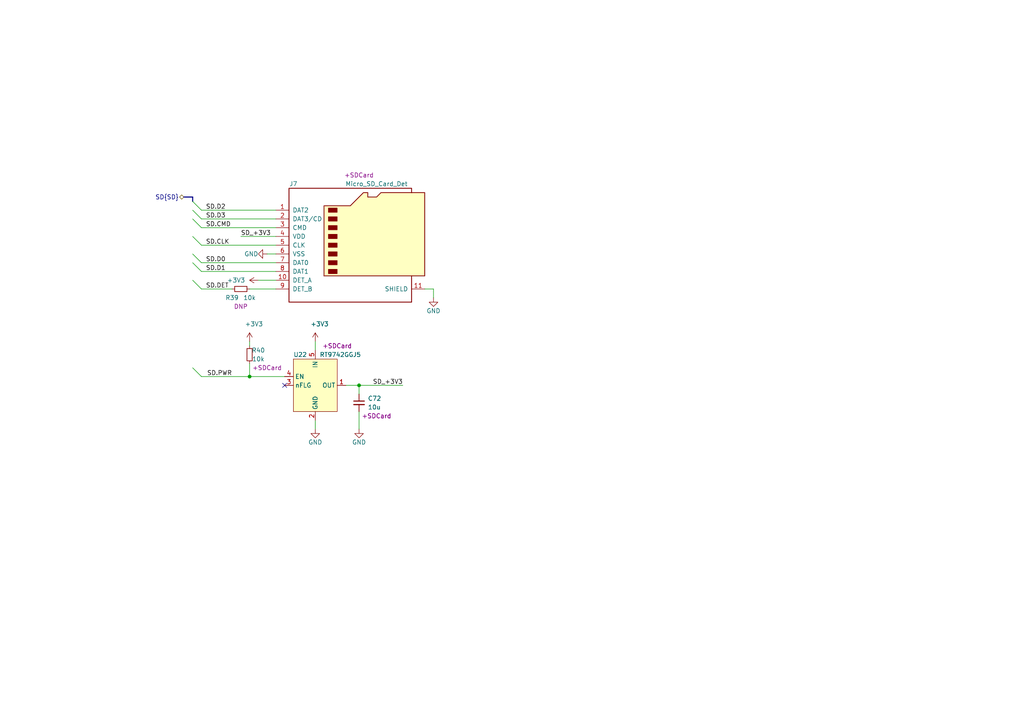
<source format=kicad_sch>
(kicad_sch (version 20210621) (generator eeschema)
  (paper "A4")
  (title_block (title "SD card") (date "2021-08-30") (rev "1.0") (company "Nabu Casa") (comment 1 "www.nabucasa.com") (comment 2 "Amber"))
  (lib_symbols
    (symbol "Amber:RT9742GGJ5"
      (property "Reference" "U" (at -5.08 8.89 0))
      (property "Value" "RT9742GGJ5" (at 7.62 8.89 0))
      (symbol "RT9742GGJ5_0_0"
        (pin power_out line (at 8.89 0 180) (length 2.54) (name "OUT") (number "1"))
        (pin power_in line (at 0 -10.16 90) (length 2.54) (name "GND") (number "2"))
        (pin open_collector line (at -8.89 0 0) (length 2.54) (name "nFLG") (number "3"))
        (pin input line (at -8.89 2.54 0) (length 2.54) (name "EN") (number "4"))
        (pin power_in line (at 0 10.16 270) (length 2.54) (name "IN") (number "5"))
      )
      (symbol "RT9742GGJ5_0_1"
        (rectangle (start -6.35 7.62) (end 6.35 -7.62) (fill (type background)))
      )
    )
    (symbol "Connector:Micro_SD_Card_Det" (pin_names (offset 1.016))
      (property "Reference" "J" (at -16.51 17.78 0))
      (property "Value" "Micro_SD_Card_Det" (at 16.51 17.78 0))
      (symbol "Micro_SD_Card_Det_0_1"
        (rectangle (start -7.62 -6.985) (end -5.08 -8.255) (fill (type outline)))
        (rectangle (start -7.62 -4.445) (end -5.08 -5.715) (fill (type outline)))
        (rectangle (start -7.62 -1.905) (end -5.08 -3.175) (fill (type outline)))
        (rectangle (start -7.62 0.635) (end -5.08 -0.635) (fill (type outline)))
        (rectangle (start -7.62 3.175) (end -5.08 1.905) (fill (type outline)))
        (rectangle (start -7.62 5.715) (end -5.08 4.445) (fill (type outline)))
        (rectangle (start -7.62 8.255) (end -5.08 6.985) (fill (type outline)))
        (rectangle (start -7.62 10.795) (end -5.08 9.525) (fill (type outline)))
        (polyline (pts (xy 16.51 15.24) (xy 16.51 16.51) (xy -19.05 16.51) (xy -19.05 -16.51) (xy 16.51 -16.51) (xy 16.51 -8.89)) (stroke (width 0.254)))
        (polyline (pts (xy -8.89 -8.89) (xy -8.89 11.43) (xy -1.27 11.43) (xy 2.54 15.24) (xy 3.81 15.24) (xy 3.81 13.97) (xy 6.35 13.97) (xy 7.62 15.24) (xy 20.32 15.24) (xy 20.32 -8.89) (xy -8.89 -8.89)) (stroke (width 0.254)) (fill (type background)))
      )
      (symbol "Micro_SD_Card_Det_1_1"
        (pin bidirectional line (at -22.86 10.16 0) (length 3.81) (name "DAT2") (number "1"))
        (pin passive line (at -22.86 -10.16 0) (length 3.81) (name "DET_A") (number "10"))
        (pin passive line (at 20.32 -12.7 180) (length 3.81) (name "SHIELD") (number "11"))
        (pin bidirectional line (at -22.86 7.62 0) (length 3.81) (name "DAT3/CD") (number "2"))
        (pin input line (at -22.86 5.08 0) (length 3.81) (name "CMD") (number "3"))
        (pin power_in line (at -22.86 2.54 0) (length 3.81) (name "VDD") (number "4"))
        (pin input line (at -22.86 0 0) (length 3.81) (name "CLK") (number "5"))
        (pin power_in line (at -22.86 -2.54 0) (length 3.81) (name "VSS") (number "6"))
        (pin bidirectional line (at -22.86 -5.08 0) (length 3.81) (name "DAT0") (number "7"))
        (pin bidirectional line (at -22.86 -7.62 0) (length 3.81) (name "DAT1") (number "8"))
        (pin passive line (at -22.86 -12.7 0) (length 3.81) (name "DET_B") (number "9"))
      )
    )
    (symbol "Device:C_Small" (pin_numbers hide) (pin_names (offset 0.254) hide)
      (property "Reference" "C" (at 0.254 1.778 0))
      (property "Value" "C_Small" (at 0.254 -2.032 0))
      (symbol "C_Small_0_1"
        (polyline (pts (xy -1.524 -0.508) (xy 1.524 -0.508)) (stroke (width 0.3302)))
        (polyline (pts (xy -1.524 0.508) (xy 1.524 0.508)) (stroke (width 0.3048)))
      )
      (symbol "C_Small_1_1"
        (pin passive line (at 0 2.54 270) (length 2.032) (name "~") (number "1"))
        (pin passive line (at 0 -2.54 90) (length 2.032) (name "~") (number "2"))
      )
    )
    (symbol "Device:R_Small" (pin_numbers hide) (pin_names (offset 0.254) hide)
      (property "Reference" "R" (at 0.762 0.508 0))
      (property "Value" "R_Small" (at 0.762 -1.016 0))
      (symbol "R_Small_0_1"
        (rectangle (start -0.762 1.778) (end 0.762 -1.778) (stroke (width 0.2032)))
      )
      (symbol "R_Small_1_1"
        (pin passive line (at 0 2.54 270) (length 0.762) (name "~") (number "1"))
        (pin passive line (at 0 -2.54 90) (length 0.762) (name "~") (number "2"))
      )
    )
    (symbol "power:+3V3" (power) (pin_names (offset 0))
      (property "Value" "+3V3" (at 0 3.556 0))
      (symbol "+3V3_0_1"
        (polyline (pts (xy -0.762 1.27) (xy 0 2.54)))
        (polyline (pts (xy 0 0) (xy 0 2.54)))
        (polyline (pts (xy 0 2.54) (xy 0.762 1.27)))
      )
      (symbol "+3V3_1_1"
        (pin power_in line (at 0 0 90) (length 0) hide (name "+3V3") (number "1"))
      )
    )
    (symbol "power:GND" (power) (pin_names (offset 0))
      (property "Value" "GND" (at 0 -3.81 0))
      (symbol "GND_0_1"
        (polyline (pts (xy 0 0) (xy 0 -1.27) (xy 1.27 -1.27) (xy 0 -2.54) (xy -1.27 -1.27) (xy 0 -1.27)))
      )
      (symbol "GND_1_1"
        (pin power_in line (at 0 0 270) (length 0) hide (name "GND") (number "1"))
      )
    )
  )
  (junction (at 72.39 109.22) (diameter 0.9144))
  (junction (at 104.14 111.76) (diameter 0.9144))
  (no_connect (at 82.55 111.76))
  (bus_entry (at 55.88 58.42) (size 2.54 2.54) (stroke (width 0.1524)))
  (bus_entry (at 55.88 60.96) (size 2.54 2.54) (stroke (width 0.1524)))
  (bus_entry (at 55.88 63.5) (size 2.54 2.54) (stroke (width 0.1524)))
  (bus_entry (at 55.88 68.58) (size 2.54 2.54) (stroke (width 0.1524)))
  (bus_entry (at 55.88 73.66) (size 2.54 2.54) (stroke (width 0.1524)))
  (bus_entry (at 55.88 76.2) (size 2.54 2.54) (stroke (width 0.1524)))
  (bus_entry (at 55.88 81.28) (size 2.54 2.54) (stroke (width 0.1524)))
  (bus_entry (at 55.88 106.68) (size 2.54 2.54) (stroke (width 0.1524)))
  (wire (pts (xy 58.42 60.96) (xy 80.01 60.96)))
  (wire (pts (xy 58.42 63.5) (xy 80.01 63.5)))
  (wire (pts (xy 58.42 66.04) (xy 80.01 66.04)))
  (wire (pts (xy 58.42 71.12) (xy 80.01 71.12)))
  (wire (pts (xy 58.42 76.2) (xy 80.01 76.2)))
  (wire (pts (xy 58.42 78.74) (xy 80.01 78.74)))
  (wire (pts (xy 58.42 83.82) (xy 67.31 83.82)))
  (wire (pts (xy 58.42 109.22) (xy 72.39 109.22)))
  (wire (pts (xy 69.85 68.58) (xy 80.01 68.58)))
  (wire (pts (xy 72.39 83.82) (xy 80.01 83.82)))
  (wire (pts (xy 72.39 99.06) (xy 72.39 100.33)))
  (wire (pts (xy 72.39 105.41) (xy 72.39 109.22)))
  (wire (pts (xy 72.39 109.22) (xy 82.55 109.22)))
  (wire (pts (xy 74.93 81.28) (xy 80.01 81.28)))
  (wire (pts (xy 80.01 73.66) (xy 77.47 73.66)))
  (wire (pts (xy 91.44 99.06) (xy 91.44 101.6)))
  (wire (pts (xy 91.44 121.92) (xy 91.44 124.46)))
  (wire (pts (xy 100.33 111.76) (xy 104.14 111.76)))
  (wire (pts (xy 104.14 111.76) (xy 104.14 114.3)))
  (wire (pts (xy 104.14 111.76) (xy 116.84 111.76)))
  (wire (pts (xy 104.14 119.38) (xy 104.14 124.46)))
  (wire (pts (xy 123.19 83.82) (xy 125.73 83.82)))
  (wire (pts (xy 125.73 83.82) (xy 125.73 86.36)))
  (bus (pts (xy 53.34 57.15) (xy 55.88 57.15)))
  (bus (pts (xy 55.88 57.15) (xy 55.88 106.68)))
  (label "SD.D2" (at 59.69 60.96 0))
  (label "SD.D3" (at 59.69 63.5 0))
  (label "SD.CMD" (at 59.69 66.04 0))
  (label "SD.CLK" (at 59.69 71.12 0))
  (label "SD.D0" (at 59.69 76.2 0))
  (label "SD.D1" (at 59.69 78.74 0))
  (label "SD.DET" (at 59.69 83.82 0))
  (label "SD.PWR" (at 67.31 109.22 180))
  (label "SD_+3V3" (at 69.85 68.58 0))
  (label "SD_+3V3" (at 116.84 111.76 180))
  (hierarchical_label "SD{SD}" (shape bidirectional) (at 53.34 57.15 180))
  (symbol (lib_id "power:+3V3") (at 72.39 99.06 0) (unit 1)
    (property "Reference" "#PWR0147" (effects hide))
    (property "Value" "+3V3" (at 73.66 93.98 0))
  )
  (symbol (lib_id "power:+3V3") (at 74.93 81.28 90) (unit 1)
    (property "Reference" "#PWR0148" (effects hide))
    (property "Value" "+3V3" (at 71.12 81.28 90) (effects (justify left)))
  )
  (symbol (lib_id "power:+3V3") (at 91.44 99.06 0) (unit 1)
    (property "Reference" "#PWR0150" (effects hide))
    (property "Value" "+3V3" (at 92.71 93.98 0))
  )
  (symbol (lib_id "power:GND") (at 77.47 73.66 270) (unit 1)
    (property "Reference" "#PWR0149" (effects hide))
    (property "Value" "GND" (at 74.93 73.66 90) (effects (justify right)))
  )
  (symbol (lib_id "power:GND") (at 91.44 124.46 0) (unit 1)
    (property "Reference" "#PWR0151" (effects hide))
    (property "Value" "GND" (at 91.44 128.27 0))
  )
  (symbol (lib_id "power:GND") (at 104.14 124.46 0) (unit 1)
    (property "Reference" "#PWR0152" (effects hide))
    (property "Value" "GND" (at 104.14 128.27 0))
  )
  (symbol (lib_id "power:GND") (at 125.73 86.36 0) (unit 1)
    (property "Reference" "#PWR0153" (effects hide))
    (property "Value" "GND" (at 125.73 90.17 0))
  )
  (symbol (lib_id "Device:R_Small") (at 69.85 83.82 270) (unit 1)
    (property "Reference" "R39" (at 67.31 86.36 90))
    (property "Value" "10k" (at 72.39 86.36 90))
    (property "Footprint" "Resistor_SMD:R_0402_1005Metric" (effects hide))
    (property "Config" "DNP" (at 69.85 88.9 90))
  )
  (symbol (lib_id "Device:R_Small") (at 72.39 102.87 0) (unit 1)
    (property "Reference" "R40" (at 74.93 101.6 0))
    (property "Value" "10k" (at 74.93 104.14 0))
    (property "Footprint" "Resistor_SMD:R_0402_1005Metric" (effects hide))
    (property "Config" "+SDCard" (at 77.47 106.68 0))
  )
  (symbol (lib_id "Device:C_Small") (at 104.14 116.84 0) (unit 1)
    (property "Reference" "C72" (at 106.68 115.57 0) (effects (justify left)))
    (property "Value" "10u" (at 106.68 118.11 0) (effects (justify left)))
    (property "Footprint" "Capacitor_SMD:C_0805_2012Metric" (effects hide))
    (property "Config" "+SDCard" (at 109.22 120.65 0))
  )
  (symbol (lib_id "Amber:RT9742GGJ5") (at 91.44 111.76 0) (unit 1)
    (property "Reference" "U22" (at 85.09 102.87 0) (effects (justify left)))
    (property "Value" "RT9742GGJ5" (at 92.71 102.87 0) (effects (justify left)))
    (property "Footprint" "Package_TO_SOT_SMD:SOT-23-5" (effects hide))
    (property "Datasheet" "https://www.richtek.com/assets/product_file/RT9742/DS9742-00.pdf" (effects hide))
    (property "Config" "+SDCard" (at 97.79 100.33 0))
    (property "Manufacturer" "Richtek USA" (effects hide))
    (property "PartNumber" "RT9742GGJ5" (effects hide))
  )
  (symbol (lib_id "Connector:Micro_SD_Card_Det") (at 102.87 71.12 0) (unit 1)
    (property "Reference" "J7" (at 85.09 53.34 0))
    (property "Value" "Micro_SD_Card_Det" (at 109.22 53.34 0))
    (property "Footprint" "Connector_Card:microSD_HC_Molex_104031-0811" (effects hide))
    (property "Datasheet" "https://www.hirose.com/product/en/download_file/key_name/DM3/category/Catalog/doc_file_id/49662/?file_category_id=4&item_id=195&is_series=1" (effects hide))
    (property "Config" "+SDCard" (at 104.14 50.8 0))
    (property "Manufacturer" "Molex" (effects hide))
    (property "PartNumber" "104031-0811" (effects hide))
  )
)
</source>
